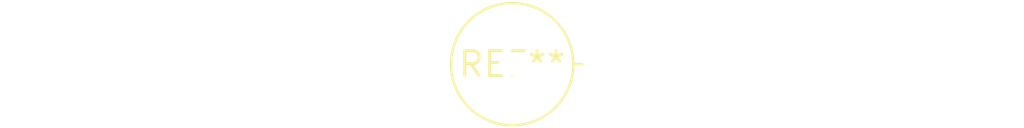
<source format=kicad_pcb>
(kicad_pcb (version 20240108) (generator pcbnew)
  (layers (0 "F.Cu" signal) (31 "B.Cu" signal) (34 "B.Paste" user) (35 "F.Paste" user) (36 "B.SilkS" user "B.Silkscreen") (37 "F.SilkS" user "F.Silkscreen") (38 "B.Mask" user) (39 "F.Mask" user) (44 "Edge.Cuts" user))
  (net 0 "")
  (footprint "R_Axial_DIN0617_L17.0mm_D6.0mm_P5.08mm_Vertical" (layer "F.Cu") (at 0 0)
    (property "Reference" "REF**")
    (property "Value" "R_Axial_DIN0617_L17.0mm_D6.0mm_P5.08mm_Vertical")
    (fp_line (start 3.12 0) (end 3.58 0) (layer "F.SilkS") (stroke (width 0.12)))
    (fp_circle (center 0 0) (end 3.12 0) (layer "F.SilkS") (stroke (width 0.12)) (fill none))
    (pad "1" thru_hole circle (at 0 0) (size 2.4 2.4) (drill 1.2) (layers *.Cu *.Mask) (remove_unused_layers))
    (pad "2" thru_hole oval (at 5.08 0) (size 2.4 2.4) (drill 1.2) (layers *.Cu *.Mask) (remove_unused_layers))
  )
)
</source>
